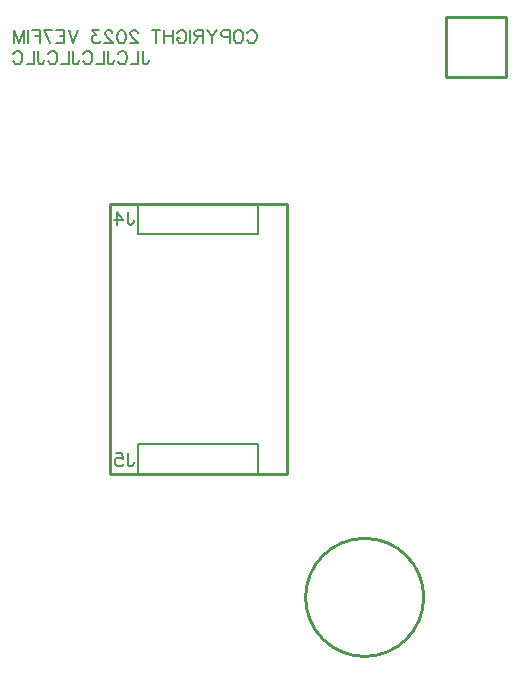
<source format=gbo>
G04 Layer: BottomSilkscreenLayer*
G04 EasyEDA v6.5.34, 2023-08-21 18:11:39*
G04 2627495fbc544a30b07f086ad93dee0d,5a6b42c53f6a479593ecc07194224c93,10*
G04 Gerber Generator version 0.2*
G04 Scale: 100 percent, Rotated: No, Reflected: No *
G04 Dimensions in millimeters *
G04 leading zeros omitted , absolute positions ,4 integer and 5 decimal *
%FSLAX45Y45*%
%MOMM*%

%ADD10C,0.1524*%
%ADD11C,0.1520*%
%ADD12C,0.2032*%
%ADD13C,0.2030*%
%ADD14C,0.2540*%

%LPD*%
D10*
X404660Y2604767D02*
G01*
X409856Y2615158D01*
X420248Y2625549D01*
X430636Y2630744D01*
X451418Y2630744D01*
X461810Y2625549D01*
X472201Y2615158D01*
X477398Y2604767D01*
X482592Y2589179D01*
X482592Y2563202D01*
X477398Y2547617D01*
X472201Y2537226D01*
X461810Y2526835D01*
X451418Y2521640D01*
X430636Y2521640D01*
X420248Y2526835D01*
X409856Y2537226D01*
X404660Y2547617D01*
X339196Y2630744D02*
G01*
X349587Y2625549D01*
X359978Y2615158D01*
X365175Y2604767D01*
X370370Y2589179D01*
X370370Y2563202D01*
X365175Y2547617D01*
X359978Y2537226D01*
X349587Y2526835D01*
X339196Y2521640D01*
X318416Y2521640D01*
X308025Y2526835D01*
X297634Y2537226D01*
X292437Y2547617D01*
X287243Y2563202D01*
X287243Y2589179D01*
X292437Y2604767D01*
X297634Y2615158D01*
X308025Y2625549D01*
X318416Y2630744D01*
X339196Y2630744D01*
X252953Y2630744D02*
G01*
X252953Y2521640D01*
X252953Y2630744D02*
G01*
X206194Y2630744D01*
X190606Y2625549D01*
X185412Y2620352D01*
X180218Y2609961D01*
X180218Y2594376D01*
X185412Y2583985D01*
X190606Y2578790D01*
X206194Y2573594D01*
X252953Y2573594D01*
X145928Y2630744D02*
G01*
X104363Y2578790D01*
X104363Y2521640D01*
X62798Y2630744D02*
G01*
X104363Y2578790D01*
X28508Y2630744D02*
G01*
X28508Y2521640D01*
X28508Y2630744D02*
G01*
X-18249Y2630744D01*
X-33835Y2625549D01*
X-39032Y2620352D01*
X-44226Y2609961D01*
X-44226Y2599570D01*
X-39032Y2589179D01*
X-33835Y2583985D01*
X-18249Y2578790D01*
X28508Y2578790D01*
X-7858Y2578790D02*
G01*
X-44226Y2521640D01*
X-78516Y2630744D02*
G01*
X-78516Y2521640D01*
X-190738Y2604767D02*
G01*
X-185541Y2615158D01*
X-175153Y2625549D01*
X-164762Y2630744D01*
X-143979Y2630744D01*
X-133588Y2625549D01*
X-123197Y2615158D01*
X-118003Y2604767D01*
X-112806Y2589179D01*
X-112806Y2563202D01*
X-118003Y2547617D01*
X-123197Y2537226D01*
X-133588Y2526835D01*
X-143979Y2521640D01*
X-164762Y2521640D01*
X-175153Y2526835D01*
X-185541Y2537226D01*
X-190738Y2547617D01*
X-190738Y2563202D01*
X-164762Y2563202D02*
G01*
X-190738Y2563202D01*
X-225028Y2630744D02*
G01*
X-225028Y2521640D01*
X-297764Y2630744D02*
G01*
X-297764Y2521640D01*
X-225028Y2578790D02*
G01*
X-297764Y2578790D01*
X-368421Y2630744D02*
G01*
X-368421Y2521640D01*
X-332054Y2630744D02*
G01*
X-404792Y2630744D01*
X-524286Y2604767D02*
G01*
X-524286Y2609961D01*
X-529483Y2620352D01*
X-534677Y2625549D01*
X-545068Y2630744D01*
X-565851Y2630744D01*
X-576242Y2625549D01*
X-581436Y2620352D01*
X-586633Y2609961D01*
X-586633Y2599570D01*
X-581436Y2589179D01*
X-571045Y2573594D01*
X-519092Y2521640D01*
X-591827Y2521640D01*
X-657291Y2630744D02*
G01*
X-641703Y2625549D01*
X-631311Y2609961D01*
X-626117Y2583985D01*
X-626117Y2568399D01*
X-631311Y2542420D01*
X-641703Y2526835D01*
X-657291Y2521640D01*
X-667682Y2521640D01*
X-683267Y2526835D01*
X-693658Y2542420D01*
X-698853Y2568399D01*
X-698853Y2583985D01*
X-693658Y2609961D01*
X-683267Y2625549D01*
X-667682Y2630744D01*
X-657291Y2630744D01*
X-738339Y2604767D02*
G01*
X-738339Y2609961D01*
X-743534Y2620352D01*
X-748731Y2625549D01*
X-759122Y2630744D01*
X-779901Y2630744D01*
X-790293Y2625549D01*
X-795489Y2620352D01*
X-800684Y2609961D01*
X-800684Y2599570D01*
X-795489Y2589179D01*
X-785098Y2573594D01*
X-733143Y2521640D01*
X-805881Y2521640D01*
X-850562Y2630744D02*
G01*
X-907712Y2630744D01*
X-876538Y2589179D01*
X-892124Y2589179D01*
X-902515Y2583985D01*
X-907712Y2578790D01*
X-912906Y2563202D01*
X-912906Y2552811D01*
X-907712Y2537226D01*
X-897321Y2526835D01*
X-881733Y2521640D01*
X-866147Y2521640D01*
X-850562Y2526835D01*
X-845365Y2532029D01*
X-840171Y2542420D01*
X-1027206Y2630744D02*
G01*
X-1068771Y2521640D01*
X-1110333Y2630744D02*
G01*
X-1068771Y2521640D01*
X-1144623Y2630744D02*
G01*
X-1144623Y2521640D01*
X-1144623Y2630744D02*
G01*
X-1212164Y2630744D01*
X-1144623Y2578790D02*
G01*
X-1186187Y2578790D01*
X-1144623Y2521640D02*
G01*
X-1212164Y2521640D01*
X-1319192Y2630744D02*
G01*
X-1267236Y2521640D01*
X-1246454Y2630744D02*
G01*
X-1319192Y2630744D01*
X-1353482Y2630744D02*
G01*
X-1353482Y2521640D01*
X-1353482Y2630744D02*
G01*
X-1421023Y2630744D01*
X-1353482Y2578790D02*
G01*
X-1395044Y2578790D01*
X-1455313Y2630744D02*
G01*
X-1455313Y2521640D01*
X-1489603Y2630744D02*
G01*
X-1489603Y2521640D01*
X-1489603Y2630744D02*
G01*
X-1531165Y2521640D01*
X-1572729Y2630744D02*
G01*
X-1531165Y2521640D01*
X-1572729Y2630744D02*
G01*
X-1572729Y2521640D01*
D11*
X-483763Y2452944D02*
G01*
X-483763Y2369817D01*
X-478566Y2354229D01*
X-473372Y2349035D01*
X-462981Y2343840D01*
X-452589Y2343840D01*
X-442198Y2349035D01*
X-437001Y2354229D01*
X-431807Y2369817D01*
X-431807Y2380208D01*
X-518053Y2452944D02*
G01*
X-518053Y2343840D01*
X-518053Y2343840D02*
G01*
X-580397Y2343840D01*
X-692619Y2426967D02*
G01*
X-687423Y2437358D01*
X-677031Y2447749D01*
X-666643Y2452944D01*
X-645861Y2452944D01*
X-635469Y2447749D01*
X-625078Y2437358D01*
X-619881Y2426967D01*
X-614687Y2411379D01*
X-614687Y2385402D01*
X-619881Y2369817D01*
X-625078Y2359426D01*
X-635469Y2349035D01*
X-645861Y2343840D01*
X-666643Y2343840D01*
X-677031Y2349035D01*
X-687423Y2359426D01*
X-692619Y2369817D01*
X-778863Y2452944D02*
G01*
X-778863Y2369817D01*
X-773668Y2354229D01*
X-768471Y2349035D01*
X-758083Y2343840D01*
X-747692Y2343840D01*
X-737301Y2349035D01*
X-732104Y2354229D01*
X-726909Y2369817D01*
X-726909Y2380208D01*
X-813153Y2452944D02*
G01*
X-813153Y2343840D01*
X-813153Y2343840D02*
G01*
X-875499Y2343840D01*
X-987722Y2426967D02*
G01*
X-982525Y2437358D01*
X-972134Y2447749D01*
X-961743Y2452944D01*
X-940963Y2452944D01*
X-930572Y2447749D01*
X-920181Y2437358D01*
X-914984Y2426967D01*
X-909789Y2411379D01*
X-909789Y2385402D01*
X-914984Y2369817D01*
X-920181Y2359426D01*
X-930572Y2349035D01*
X-940963Y2343840D01*
X-961743Y2343840D01*
X-972134Y2349035D01*
X-982525Y2359426D01*
X-987722Y2369817D01*
X-1073965Y2452944D02*
G01*
X-1073965Y2369817D01*
X-1068771Y2354229D01*
X-1063574Y2349035D01*
X-1053183Y2343840D01*
X-1042791Y2343840D01*
X-1032403Y2349035D01*
X-1027206Y2354229D01*
X-1022012Y2369817D01*
X-1022012Y2380208D01*
X-1108255Y2452944D02*
G01*
X-1108255Y2343840D01*
X-1108255Y2343840D02*
G01*
X-1170602Y2343840D01*
X-1282821Y2426967D02*
G01*
X-1277627Y2437358D01*
X-1267236Y2447749D01*
X-1256845Y2452944D01*
X-1236063Y2452944D01*
X-1225671Y2447749D01*
X-1215283Y2437358D01*
X-1210086Y2426967D01*
X-1204892Y2411379D01*
X-1204892Y2385402D01*
X-1210086Y2369817D01*
X-1215283Y2359426D01*
X-1225671Y2349035D01*
X-1236063Y2343840D01*
X-1256845Y2343840D01*
X-1267236Y2349035D01*
X-1277627Y2359426D01*
X-1282821Y2369817D01*
X-1369067Y2452944D02*
G01*
X-1369067Y2369817D01*
X-1363873Y2354229D01*
X-1358676Y2349035D01*
X-1348285Y2343840D01*
X-1337894Y2343840D01*
X-1327503Y2349035D01*
X-1322308Y2354229D01*
X-1317111Y2369817D01*
X-1317111Y2380208D01*
X-1403357Y2452944D02*
G01*
X-1403357Y2343840D01*
X-1403357Y2343840D02*
G01*
X-1465701Y2343840D01*
X-1577924Y2426967D02*
G01*
X-1572729Y2437358D01*
X-1562338Y2447749D01*
X-1551947Y2452944D01*
X-1531165Y2452944D01*
X-1520774Y2447749D01*
X-1510383Y2437358D01*
X-1505188Y2426967D01*
X-1499991Y2411379D01*
X-1499991Y2385402D01*
X-1505188Y2369817D01*
X-1510383Y2359426D01*
X-1520774Y2349035D01*
X-1531165Y2343840D01*
X-1551947Y2343840D01*
X-1562338Y2349035D01*
X-1572729Y2359426D01*
X-1577924Y2369817D01*
D10*
X-610768Y1094036D02*
G01*
X-610768Y1010909D01*
X-605571Y995321D01*
X-600377Y990127D01*
X-589986Y984933D01*
X-579594Y984933D01*
X-569203Y990127D01*
X-564006Y995321D01*
X-558812Y1010909D01*
X-558812Y1021300D01*
X-697011Y1094036D02*
G01*
X-645058Y1021300D01*
X-722988Y1021300D01*
X-697011Y1094036D02*
G01*
X-697011Y984933D01*
X-610768Y-950663D02*
G01*
X-610768Y-1033790D01*
X-605571Y-1049378D01*
X-600377Y-1054572D01*
X-589986Y-1059766D01*
X-579594Y-1059766D01*
X-569203Y-1054572D01*
X-564006Y-1049378D01*
X-558812Y-1033790D01*
X-558812Y-1023399D01*
X-707402Y-950663D02*
G01*
X-655446Y-950663D01*
X-650252Y-997422D01*
X-655446Y-992228D01*
X-671034Y-987031D01*
X-686620Y-987031D01*
X-702208Y-992228D01*
X-712596Y-1002616D01*
X-717793Y-1018204D01*
X-717793Y-1028595D01*
X-712596Y-1044181D01*
X-702208Y-1054572D01*
X-686620Y-1059766D01*
X-671034Y-1059766D01*
X-655446Y-1054572D01*
X-650252Y-1049378D01*
X-645058Y-1038987D01*
D12*
X495287Y902497D02*
G01*
X495287Y1156497D01*
X-520712Y1156497D01*
X-520712Y902497D01*
X-330212Y902497D01*
D13*
X495287Y902497D02*
G01*
X-330212Y902497D01*
D12*
X495287Y-1129502D02*
G01*
X495287Y-875502D01*
X-520712Y-875502D01*
X-520712Y-1129502D01*
X-330212Y-1129502D01*
D13*
X495287Y-1129502D02*
G01*
X-330212Y-1129502D01*
D14*
G75*
G01
X1896991Y-2170895D02*
G03X1896991Y-2170895I-499999J0D01*
X2082792Y2744005D02*
G01*
X2590792Y2744005D01*
X2590792Y2236005D01*
X2082792Y2236005D01*
X2082792Y2744005D01*
X-762007Y1156505D02*
G01*
X736592Y1156505D01*
X736592Y-1129494D01*
X-762007Y-1129494D01*
X-762007Y1156505D01*
M02*

</source>
